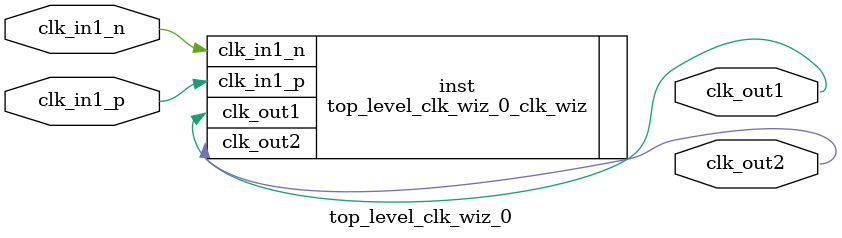
<source format=v>


`timescale 1ps/1ps

(* CORE_GENERATION_INFO = "top_level_clk_wiz_0,clk_wiz_v6_0_3_0_0,{component_name=top_level_clk_wiz_0,use_phase_alignment=false,use_min_o_jitter=false,use_max_i_jitter=false,use_dyn_phase_shift=false,use_inclk_switchover=false,use_dyn_reconfig=false,enable_axi=0,feedback_source=FDBK_AUTO,PRIMITIVE=MMCM,num_out_clk=2,clkin1_period=3.333,clkin2_period=10.0,use_power_down=false,use_reset=false,use_locked=false,use_inclk_stopped=false,feedback_type=SINGLE,CLOCK_MGR_TYPE=NA,manual_override=false}" *)

module top_level_clk_wiz_0 
 (
  // Clock out ports
  output        clk_out1,
  output        clk_out2,
 // Clock in ports
  input         clk_in1_p,
  input         clk_in1_n
 );

  top_level_clk_wiz_0_clk_wiz inst
  (
  // Clock out ports  
  .clk_out1(clk_out1),
  .clk_out2(clk_out2),
 // Clock in ports
  .clk_in1_p(clk_in1_p),
  .clk_in1_n(clk_in1_n)
  );

endmodule

</source>
